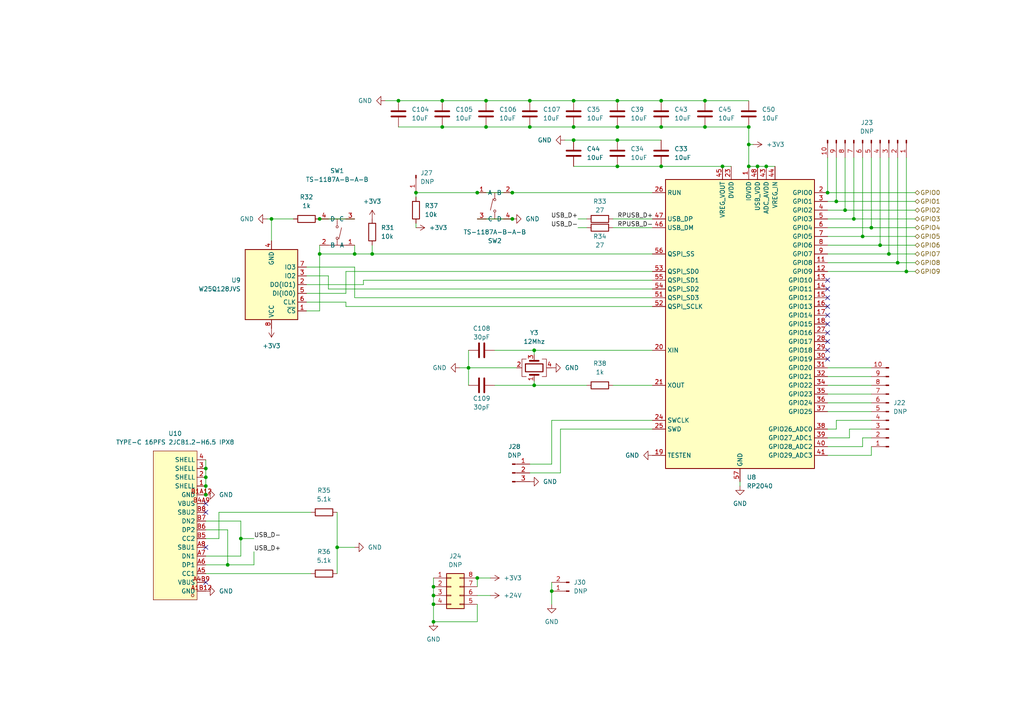
<source format=kicad_sch>
(kicad_sch (version 20230121) (generator eeschema)
  (paper "A4")
  (lib_symbols
    (symbol "Endstufe:+24V" (power) (pin_names (offset 0))
      (property "Value" "+24V" (at 0 3.556 0))
      (symbol "+24V_0_1"
        (polyline (pts (xy -0.762 1.27) (xy 0 2.54)))
        (polyline (pts (xy 0 0) (xy 0 2.54)))
        (polyline (pts (xy 0 2.54) (xy 0.762 1.27)))
      )
      (symbol "+24V_1_1"
        (pin power_in line (at 0 0 90) (length 0) hide (name "+24V") (number "1"))
      )
    )
    (symbol "Endstufe:+3V3" (power) (pin_names (offset 0))
      (property "Value" "+3V3" (at 0 3.556 0))
      (symbol "+3V3_0_1"
        (polyline (pts (xy -0.762 1.27) (xy 0 2.54)))
        (polyline (pts (xy 0 0) (xy 0 2.54)))
        (polyline (pts (xy 0 2.54) (xy 0.762 1.27)))
      )
      (symbol "+3V3_1_1"
        (pin power_in line (at 0 0 90) (length 0) hide (name "+3V3") (number "1"))
      )
    )
    (symbol "Endstufe:C" (pin_numbers hide) (pin_names (offset 0.254))
      (property "Reference" "C" (at 0.635 2.54 0))
      (property "Value" "C" (at 0.635 -2.54 0))
      (symbol "C_0_1"
        (polyline (pts (xy -2.032 -0.762) (xy 2.032 -0.762)) (stroke (width 0.508)))
        (polyline (pts (xy -2.032 0.762) (xy 2.032 0.762)) (stroke (width 0.508)))
      )
      (symbol "C_1_1"
        (pin passive line (at 0 3.81 270) (length 2.794) (name "~") (number "1"))
        (pin passive line (at 0 -3.81 90) (length 2.794) (name "~") (number "2"))
      )
    )
    (symbol "Endstufe:Conn_01x01_Pin" (pin_names (offset 1.016) hide)
      (property "Reference" "J" (at 0 2.54 0))
      (property "Value" "Conn_01x01_Pin" (at 0 -2.54 0))
      (symbol "Conn_01x01_Pin_1_1"
        (polyline (pts (xy 1.27 0) (xy 0.8636 0)) (stroke (width 0.1524)))
        (rectangle (start 0.8636 0.127) (end 0 -0.127) (stroke (width 0.1524)) (fill (type outline)))
        (pin passive line (at 5.08 0 180) (length 3.81) (name "Pin_1") (number "1"))
      )
    )
    (symbol "Endstufe:Conn_01x02_Pin" (pin_names (offset 1.016) hide)
      (property "Reference" "J" (at 0 2.54 0))
      (property "Value" "Conn_01x02_Pin" (at 0 -5.08 0))
      (symbol "Conn_01x02_Pin_1_1"
        (polyline (pts (xy 1.27 -2.54) (xy 0.8636 -2.54)) (stroke (width 0.1524)))
        (polyline (pts (xy 1.27 0) (xy 0.8636 0)) (stroke (width 0.1524)))
        (rectangle (start 0.8636 -2.413) (end 0 -2.667) (stroke (width 0.1524)) (fill (type outline)))
        (rectangle (start 0.8636 0.127) (end 0 -0.127) (stroke (width 0.1524)) (fill (type outline)))
        (pin passive line (at 5.08 0 180) (length 3.81) (name "Pin_1") (number "1"))
        (pin passive line (at 5.08 -2.54 180) (length 3.81) (name "Pin_2") (number "2"))
      )
    )
    (symbol "Endstufe:Conn_01x03_Pin" (pin_names (offset 1.016) hide)
      (property "Reference" "J" (at 0 5.08 0))
      (property "Value" "Conn_01x03_Pin" (at 0 -5.08 0))
      (symbol "Conn_01x03_Pin_1_1"
        (polyline (pts (xy 1.27 -2.54) (xy 0.8636 -2.54)) (stroke (width 0.1524)))
        (polyline (pts (xy 1.27 0) (xy 0.8636 0)) (stroke (width 0.1524)))
        (polyline (pts (xy 1.27 2.54) (xy 0.8636 2.54)) (stroke (width 0.1524)))
        (rectangle (start 0.8636 -2.413) (end 0 -2.667) (stroke (width 0.1524)) (fill (type outline)))
        (rectangle (start 0.8636 0.127) (end 0 -0.127) (stroke (width 0.1524)) (fill (type outline)))
        (rectangle (start 0.8636 2.667) (end 0 2.413) (stroke (width 0.1524)) (fill (type outline)))
        (pin passive line (at 5.08 2.54 180) (length 3.81) (name "Pin_1") (number "1"))
        (pin passive line (at 5.08 0 180) (length 3.81) (name "Pin_2") (number "2"))
        (pin passive line (at 5.08 -2.54 180) (length 3.81) (name "Pin_3") (number "3"))
      )
    )
    (symbol "Endstufe:Conn_01x10_Pin" (pin_names (offset 1.016) hide)
      (property "Reference" "J" (at 0 12.7 0))
      (property "Value" "Conn_01x10_Pin" (at 0 -15.24 0))
      (symbol "Conn_01x10_Pin_1_1"
        (polyline (pts (xy 1.27 -12.7) (xy 0.8636 -12.7)) (stroke (width 0.1524)))
        (polyline (pts (xy 1.27 -10.16) (xy 0.8636 -10.16)) (stroke (width 0.1524)))
        (polyline (pts (xy 1.27 -7.62) (xy 0.8636 -7.62)) (stroke (width 0.1524)))
        (polyline (pts (xy 1.27 -5.08) (xy 0.8636 -5.08)) (stroke (width 0.1524)))
        (polyline (pts (xy 1.27 -2.54) (xy 0.8636 -2.54)) (stroke (width 0.1524)))
        (polyline (pts (xy 1.27 0) (xy 0.8636 0)) (stroke (width 0.1524)))
        (polyline (pts (xy 1.27 2.54) (xy 0.8636 2.54)) (stroke (width 0.1524)))
        (polyline (pts (xy 1.27 5.08) (xy 0.8636 5.08)) (stroke (width 0.1524)))
        (polyline (pts (xy 1.27 7.62) (xy 0.8636 7.62)) (stroke (width 0.1524)))
        (polyline (pts (xy 1.27 10.16) (xy 0.8636 10.16)) (stroke (width 0.1524)))
        (rectangle (start 0.8636 -12.573) (end 0 -12.827) (stroke (width 0.1524)) (fill (type outline)))
        (rectangle (start 0.8636 -10.033) (end 0 -10.287) (stroke (width 0.1524)) (fill (type outline)))
        (rectangle (start 0.8636 -7.493) (end 0 -7.747) (stroke (width 0.1524)) (fill (type outline)))
        (rectangle (start 0.8636 -4.953) (end 0 -5.207) (stroke (width 0.1524)) (fill (type outline)))
        (rectangle (start 0.8636 -2.413) (end 0 -2.667) (stroke (width 0.1524)) (fill (type outline)))
        (rectangle (start 0.8636 0.127) (end 0 -0.127) (stroke (width 0.1524)) (fill (type outline)))
        (rectangle (start 0.8636 2.667) (end 0 2.413) (stroke (width 0.1524)) (fill (type outline)))
        (rectangle (start 0.8636 5.207) (end 0 4.953) (stroke (width 0.1524)) (fill (type outline)))
        (rectangle (start 0.8636 7.747) (end 0 7.493) (stroke (width 0.1524)) (fill (type outline)))
        (rectangle (start 0.8636 10.287) (end 0 10.033) (stroke (width 0.1524)) (fill (type outline)))
        (pin passive line (at 5.08 10.16 180) (length 3.81) (name "Pin_1") (number "1"))
        (pin passive line (at 5.08 -12.7 180) (length 3.81) (name "Pin_10") (number "10"))
        (pin passive line (at 5.08 7.62 180) (length 3.81) (name "Pin_2") (number "2"))
        (pin passive line (at 5.08 5.08 180) (length 3.81) (name "Pin_3") (number "3"))
        (pin passive line (at 5.08 2.54 180) (length 3.81) (name "Pin_4") (number "4"))
        (pin passive line (at 5.08 0 180) (length 3.81) (name "Pin_5") (number "5"))
        (pin passive line (at 5.08 -2.54 180) (length 3.81) (name "Pin_6") (number "6"))
        (pin passive line (at 5.08 -5.08 180) (length 3.81) (name "Pin_7") (number "7"))
        (pin passive line (at 5.08 -7.62 180) (length 3.81) (name "Pin_8") (number "8"))
        (pin passive line (at 5.08 -10.16 180) (length 3.81) (name "Pin_9") (number "9"))
      )
    )
    (symbol "Endstufe:Conn_02x04_Counter_Clockwise" (pin_names (offset 1.016) hide)
      (property "Reference" "J" (at 1.27 5.08 0))
      (property "Value" "Conn_02x04_Counter_Clockwise" (at 1.27 -7.62 0))
      (symbol "Conn_02x04_Counter_Clockwise_1_1"
        (rectangle (start -1.27 -4.953) (end 0 -5.207) (stroke (width 0.1524)))
        (rectangle (start -1.27 -2.413) (end 0 -2.667) (stroke (width 0.1524)))
        (rectangle (start -1.27 0.127) (end 0 -0.127) (stroke (width 0.1524)))
        (rectangle (start -1.27 2.667) (end 0 2.413) (stroke (width 0.1524)))
        (rectangle (start -1.27 3.81) (end 3.81 -6.35) (stroke (width 0.254)) (fill (type background)))
        (rectangle (start 3.81 -4.953) (end 2.54 -5.207) (stroke (width 0.1524)))
        (rectangle (start 3.81 -2.413) (end 2.54 -2.667) (stroke (width 0.1524)))
        (rectangle (start 3.81 0.127) (end 2.54 -0.127) (stroke (width 0.1524)))
        (rectangle (start 3.81 2.667) (end 2.54 2.413) (stroke (width 0.1524)))
        (pin passive line (at -5.08 2.54 0) (length 3.81) (name "Pin_1") (number "1"))
        (pin passive line (at -5.08 0 0) (length 3.81) (name "Pin_2") (number "2"))
        (pin passive line (at -5.08 -2.54 0) (length 3.81) (name "Pin_3") (number "3"))
        (pin passive line (at -5.08 -5.08 0) (length 3.81) (name "Pin_4") (number "4"))
        (pin passive line (at 7.62 -5.08 180) (length 3.81) (name "Pin_5") (number "5"))
        (pin passive line (at 7.62 -2.54 180) (length 3.81) (name "Pin_6") (number "6"))
        (pin passive line (at 7.62 0 180) (length 3.81) (name "Pin_7") (number "7"))
        (pin passive line (at 7.62 2.54 180) (length 3.81) (name "Pin_8") (number "8"))
      )
    )
    (symbol "Endstufe:Crystal_GND24" (pin_names (offset 1.016) hide)
      (property "Reference" "Y" (at 3.175 5.08 0))
      (property "Value" "Crystal_GND24" (at 3.175 3.175 0))
      (symbol "Crystal_GND24_0_1"
        (rectangle (start -1.143 2.54) (end 1.143 -2.54) (stroke (width 0.3048)))
        (polyline (pts (xy -2.54 0) (xy -2.032 0)))
        (polyline (pts (xy -2.032 -1.27) (xy -2.032 1.27)) (stroke (width 0.508)))
        (polyline (pts (xy 0 -3.81) (xy 0 -3.556)))
        (polyline (pts (xy 0 3.556) (xy 0 3.81)))
        (polyline (pts (xy 2.032 -1.27) (xy 2.032 1.27)) (stroke (width 0.508)))
        (polyline (pts (xy 2.032 0) (xy 2.54 0)))
        (polyline (pts (xy -2.54 -2.286) (xy -2.54 -3.556) (xy 2.54 -3.556) (xy 2.54 -2.286)))
        (polyline (pts (xy -2.54 2.286) (xy -2.54 3.556) (xy 2.54 3.556) (xy 2.54 2.286)))
      )
      (symbol "Crystal_GND24_1_1"
        (pin passive line (at -3.81 0 0) (length 1.27) (name "1") (number "1"))
        (pin passive line (at 0 5.08 270) (length 1.27) (name "2") (number "2"))
        (pin passive line (at 3.81 0 180) (length 1.27) (name "3") (number "3"))
        (pin passive line (at 0 -5.08 90) (length 1.27) (name "4") (number "4"))
      )
    )
    (symbol "Endstufe:GND" (power) (pin_names (offset 0))
      (property "Value" "GND" (at 0 -3.81 0))
      (symbol "GND_0_1"
        (polyline (pts (xy 0 0) (xy 0 -1.27) (xy 1.27 -1.27) (xy 0 -2.54) (xy -1.27 -1.27) (xy 0 -1.27)))
      )
      (symbol "GND_1_1"
        (pin power_in line (at 0 0 270) (length 0) hide (name "GND") (number "1"))
      )
    )
    (symbol "Endstufe:R" (pin_numbers hide) (pin_names (offset 0))
      (property "Reference" "R" (at 2.032 0 90))
      (property "Value" "R" (at 0 0 90))
      (symbol "R_0_1"
        (rectangle (start -1.016 -2.54) (end 1.016 2.54) (stroke (width 0.254)))
      )
      (symbol "R_1_1"
        (pin passive line (at 0 3.81 270) (length 1.27) (name "~") (number "1"))
        (pin passive line (at 0 -3.81 90) (length 1.27) (name "~") (number "2"))
      )
    )
    (symbol "Endstufe:RP2040"
      (property "Reference" "U" (at 17.78 45.72 0))
      (property "Value" "RP2040" (at 17.78 43.18 0))
      (symbol "RP2040_0_1"
        (rectangle (start -21.59 41.91) (end 21.59 -41.91) (stroke (width 0.254)) (fill (type background)))
      )
      (symbol "RP2040_1_1"
        (pin power_in line (at 2.54 45.72 270) (length 3.81) (name "IOVDD") (number "1"))
        (pin passive line (at 2.54 45.72 270) (length 3.81) hide (name "IOVDD") (number "10"))
        (pin bidirectional line (at 25.4 17.78 180) (length 3.81) (name "GPIO8") (number "11"))
        (pin bidirectional line (at 25.4 15.24 180) (length 3.81) (name "GPIO9") (number "12"))
        (pin bidirectional line (at 25.4 12.7 180) (length 3.81) (name "GPIO10") (number "13"))
        (pin bidirectional line (at 25.4 10.16 180) (length 3.81) (name "GPIO11") (number "14"))
        (pin bidirectional line (at 25.4 7.62 180) (length 3.81) (name "GPIO12") (number "15"))
        (pin bidirectional line (at 25.4 5.08 180) (length 3.81) (name "GPIO13") (number "16"))
        (pin bidirectional line (at 25.4 2.54 180) (length 3.81) (name "GPIO14") (number "17"))
        (pin bidirectional line (at 25.4 0 180) (length 3.81) (name "GPIO15") (number "18"))
        (pin input line (at -25.4 -38.1 0) (length 3.81) (name "TESTEN") (number "19"))
        (pin bidirectional line (at 25.4 38.1 180) (length 3.81) (name "GPIO0") (number "2"))
        (pin input line (at -25.4 -7.62 0) (length 3.81) (name "XIN") (number "20"))
        (pin passive line (at -25.4 -17.78 0) (length 3.81) (name "XOUT") (number "21"))
        (pin passive line (at 2.54 45.72 270) (length 3.81) hide (name "IOVDD") (number "22"))
        (pin power_in line (at -2.54 45.72 270) (length 3.81) (name "DVDD") (number "23"))
        (pin input line (at -25.4 -27.94 0) (length 3.81) (name "SWCLK") (number "24"))
        (pin bidirectional line (at -25.4 -30.48 0) (length 3.81) (name "SWD") (number "25"))
        (pin input line (at -25.4 38.1 0) (length 3.81) (name "RUN") (number "26"))
        (pin bidirectional line (at 25.4 -2.54 180) (length 3.81) (name "GPIO16") (number "27"))
        (pin bidirectional line (at 25.4 -5.08 180) (length 3.81) (name "GPIO17") (number "28"))
        (pin bidirectional line (at 25.4 -7.62 180) (length 3.81) (name "GPIO18") (number "29"))
        (pin bidirectional line (at 25.4 35.56 180) (length 3.81) (name "GPIO1") (number "3"))
        (pin bidirectional line (at 25.4 -10.16 180) (length 3.81) (name "GPIO19") (number "30"))
        (pin bidirectional line (at 25.4 -12.7 180) (length 3.81) (name "GPIO20") (number "31"))
        (pin bidirectional line (at 25.4 -15.24 180) (length 3.81) (name "GPIO21") (number "32"))
        (pin passive line (at 2.54 45.72 270) (length 3.81) hide (name "IOVDD") (number "33"))
        (pin bidirectional line (at 25.4 -17.78 180) (length 3.81) (name "GPIO22") (number "34"))
        (pin bidirectional line (at 25.4 -20.32 180) (length 3.81) (name "GPIO23") (number "35"))
        (pin bidirectional line (at 25.4 -22.86 180) (length 3.81) (name "GPIO24") (number "36"))
        (pin bidirectional line (at 25.4 -25.4 180) (length 3.81) (name "GPIO25") (number "37"))
        (pin bidirectional line (at 25.4 -30.48 180) (length 3.81) (name "GPIO26_ADC0") (number "38"))
        (pin bidirectional line (at 25.4 -33.02 180) (length 3.81) (name "GPIO27_ADC1") (number "39"))
        (pin bidirectional line (at 25.4 33.02 180) (length 3.81) (name "GPIO2") (number "4"))
        (pin bidirectional line (at 25.4 -35.56 180) (length 3.81) (name "GPIO28_ADC2") (number "40"))
        (pin bidirectional line (at 25.4 -38.1 180) (length 3.81) (name "GPIO29_ADC3") (number "41"))
        (pin passive line (at 2.54 45.72 270) (length 3.81) hide (name "IOVDD") (number "42"))
        (pin power_in line (at 7.62 45.72 270) (length 3.81) (name "ADC_AVDD") (number "43"))
        (pin power_in line (at 10.16 45.72 270) (length 3.81) (name "VREG_IN") (number "44"))
        (pin power_out line (at -5.08 45.72 270) (length 3.81) (name "VREG_VOUT") (number "45"))
        (pin bidirectional line (at -25.4 27.94 0) (length 3.81) (name "USB_DM") (number "46"))
        (pin bidirectional line (at -25.4 30.48 0) (length 3.81) (name "USB_DP") (number "47"))
        (pin power_in line (at 5.08 45.72 270) (length 3.81) (name "USB_VDD") (number "48"))
        (pin passive line (at 2.54 45.72 270) (length 3.81) hide (name "IOVDD") (number "49"))
        (pin bidirectional line (at 25.4 30.48 180) (length 3.81) (name "GPIO3") (number "5"))
        (pin passive line (at -2.54 45.72 270) (length 3.81) hide (name "DVDD") (number "50"))
        (pin bidirectional line (at -25.4 7.62 0) (length 3.81) (name "QSPI_SD3") (number "51"))
        (pin output line (at -25.4 5.08 0) (length 3.81) (name "QSPI_SCLK") (number "52"))
        (pin bidirectional line (at -25.4 15.24 0) (length 3.81) (name "QSPI_SD0") (number "53"))
        (pin bidirectional line (at -25.4 10.16 0) (length 3.81) (name "QSPI_SD2") (number "54"))
        (pin bidirectional line (at -25.4 12.7 0) (length 3.81) (name "QSPI_SD1") (number "55"))
        (pin bidirectional line (at -25.4 20.32 0) (length 3.81) (name "QSPI_SS") (number "56"))
        (pin power_in line (at 0 -45.72 90) (length 3.81) (name "GND") (number "57"))
        (pin bidirectional line (at 25.4 27.94 180) (length 3.81) (name "GPIO4") (number "6"))
        (pin bidirectional line (at 25.4 25.4 180) (length 3.81) (name "GPIO5") (number "7"))
        (pin bidirectional line (at 25.4 22.86 180) (length 3.81) (name "GPIO6") (number "8"))
        (pin bidirectional line (at 25.4 20.32 180) (length 3.81) (name "GPIO7") (number "9"))
      )
    )
    (symbol "Endstufe:TS-1187A-B-A-B"
      (property "Reference" "SW" (at 0 7.62 0))
      (property "Value" "TS-1187A-B-A-B" (at 0 -10.16 0))
      (symbol "TS-1187A-B-A-B_0_1"
        (circle (center 0 -2.79) (radius 0.32))
        (polyline (pts (xy -2.54 -5.08) (xy 2.54 -5.08)))
        (polyline (pts (xy -2.54 2.54) (xy 2.54 2.54)))
        (polyline (pts (xy -0.51 0.76) (xy -1.27 -2.54)))
        (polyline (pts (xy 0 -3.3) (xy 0 -5.08)))
        (polyline (pts (xy 0 0.76) (xy 0 2.54)))
        (circle (center 0 0.51) (radius 0.32))
        (pin unspecified line (at -5.08 2.54 0) (length 2.54) (name "A") (number "1"))
        (pin unspecified line (at 5.08 2.54 180) (length 2.54) (name "B") (number "2"))
        (pin unspecified line (at -5.08 -5.08 0) (length 2.54) (name "C") (number "3"))
        (pin unspecified line (at 5.08 -5.08 180) (length 2.54) (name "D") (number "4"))
      )
    )
    (symbol "Endstufe:TYPE-C16PIN"
      (property "Reference" "USB" (at 0 24.13 0))
      (property "Value" "TYPE-C16PIN" (at 0 -24.13 0))
      (symbol "TYPE-C16PIN_0_1"
        (rectangle (start -6.35 21.59) (end 6.35 -21.59) (fill (type background)))
        (circle (center -5.08 20.32) (radius 0.38))
        (pin unspecified line (at -8.89 -11.43 0) (length 2.54) (name "SHELL") (number "1"))
        (pin unspecified line (at -8.89 -13.97 0) (length 2.54) (name "SHELL") (number "2"))
        (pin unspecified line (at -8.89 -16.51 0) (length 2.54) (name "SHELL") (number "3"))
        (pin unspecified line (at -8.89 -19.05 0) (length 2.54) (name "SHELL") (number "4"))
        (pin unspecified line (at -8.89 19.05 0) (length 2.54) (name "GND") (number "A1B12"))
        (pin unspecified line (at -8.89 16.51 0) (length 2.54) (name "VBUS") (number "A4B9"))
        (pin unspecified line (at -8.89 13.97 0) (length 2.54) (name "CC1") (number "A5"))
        (pin unspecified line (at -8.89 11.43 0) (length 2.54) (name "DP1") (number "A6"))
        (pin unspecified line (at -8.89 8.89 0) (length 2.54) (name "DN1") (number "A7"))
        (pin unspecified line (at -8.89 6.35 0) (length 2.54) (name "SBU1") (number "A8"))
        (pin unspecified line (at -8.89 -8.89 0) (length 2.54) (name "GND") (number "B1A12"))
        (pin unspecified line (at -8.89 -6.35 0) (length 2.54) (name "VBUS") (number "B4A9"))
        (pin unspecified line (at -8.89 3.81 0) (length 2.54) (name "CC2") (number "B5"))
        (pin unspecified line (at -8.89 1.27 0) (length 2.54) (name "DP2") (number "B6"))
        (pin unspecified line (at -8.89 -1.27 0) (length 2.54) (name "DN2") (number "B7"))
        (pin unspecified line (at -8.89 -3.81 0) (length 2.54) (name "SBU2") (number "B8"))
      )
    )
    (symbol "Endstufe:W25Q128JVS"
      (property "Reference" "U" (at -8.89 8.89 0))
      (property "Value" "W25Q128JVS" (at 7.62 8.89 0))
      (symbol "W25Q128JVS_0_1"
        (rectangle (start -7.62 10.16) (end 7.62 -10.16) (stroke (width 0.254)) (fill (type background)))
      )
      (symbol "W25Q128JVS_1_1"
        (pin input line (at -10.16 7.62 0) (length 2.54) (name "~{CS}") (number "1"))
        (pin bidirectional line (at -10.16 0 0) (length 2.54) (name "DO(IO1)") (number "2"))
        (pin bidirectional line (at -10.16 -2.54 0) (length 2.54) (name "IO2") (number "3"))
        (pin power_in line (at 0 -12.7 90) (length 2.54) (name "GND") (number "4"))
        (pin bidirectional line (at -10.16 2.54 0) (length 2.54) (name "DI(IO0)") (number "5"))
        (pin input line (at -10.16 5.08 0) (length 2.54) (name "CLK") (number "6"))
        (pin bidirectional line (at -10.16 -5.08 0) (length 2.54) (name "IO3") (number "7"))
        (pin power_in line (at 0 12.7 270) (length 2.54) (name "VCC") (number "8"))
      )
    )
  )
  (junction (at 255.27 71.12))
  (junction (at 107.95 73.66))
  (junction (at 204.47 36.83))
  (junction (at 78.74 63.5))
  (junction (at 179.07 36.83))
  (junction (at 166.37 29.21))
  (junction (at 160.02 171.45))
  (junction (at 153.67 36.83))
  (junction (at 217.17 41.91))
  (junction (at 191.77 48.26))
  (junction (at 69.85 156.21))
  (junction (at 125.73 175.26))
  (junction (at 148.59 55.88))
  (junction (at 166.37 40.64))
  (junction (at 120.65 55.88))
  (junction (at 154.94 111.76))
  (junction (at 260.35 76.2))
  (junction (at 252.73 66.04))
  (junction (at 125.73 180.34))
  (junction (at 191.77 36.83))
  (junction (at 217.17 48.26))
  (junction (at 128.27 36.83))
  (junction (at 154.94 101.6))
  (junction (at 153.67 29.21))
  (junction (at 191.77 29.21))
  (junction (at 247.65 63.5))
  (junction (at 115.57 29.21))
  (junction (at 166.37 36.83))
  (junction (at 102.87 73.66))
  (junction (at 140.97 29.21))
  (junction (at 250.19 68.58))
  (junction (at 135.89 106.68))
  (junction (at 222.25 48.26))
  (junction (at 59.69 138.43))
  (junction (at 245.11 60.96))
  (junction (at 125.73 172.72))
  (junction (at 262.89 78.74))
  (junction (at 97.79 158.75))
  (junction (at 140.97 36.83))
  (junction (at 125.73 170.18))
  (junction (at 148.59 63.5))
  (junction (at 204.47 29.21))
  (junction (at 128.27 29.21))
  (junction (at 209.55 48.26))
  (junction (at 138.43 55.88))
  (junction (at 59.69 135.89))
  (junction (at 219.71 48.26))
  (junction (at 242.57 58.42))
  (junction (at 66.04 163.83))
  (junction (at 59.69 140.97))
  (junction (at 138.43 167.64))
  (junction (at 179.07 40.64))
  (junction (at 217.17 36.83))
  (junction (at 240.03 55.88))
  (junction (at 179.07 48.26))
  (junction (at 257.81 73.66))
  (junction (at 179.07 29.21))
  (junction (at 92.71 63.5))
  (junction (at 92.71 73.66))
  (junction (at 59.69 143.51))
  (no_connect (at 240.03 86.36))
  (no_connect (at 240.03 91.44))
  (no_connect (at 240.03 88.9))
  (no_connect (at 59.69 146.05))
  (no_connect (at 59.69 168.91))
  (no_connect (at 240.03 101.6))
  (no_connect (at 240.03 99.06))
  (no_connect (at 240.03 104.14))
  (no_connect (at 59.69 148.59))
  (no_connect (at 59.69 158.75))
  (no_connect (at 240.03 83.82))
  (no_connect (at 240.03 81.28))
  (no_connect (at 240.03 96.52))
  (no_connect (at 240.03 93.98))
  (wire (pts (xy 191.77 48.26) (xy 209.55 48.26)))
  (wire (pts (xy 189.23 121.92) (xy 160.02 121.92)))
  (wire (pts (xy 240.03 124.46) (xy 242.57 124.46)))
  (wire (pts (xy 69.85 151.13) (xy 69.85 156.21)))
  (wire (pts (xy 166.37 29.21) (xy 179.07 29.21)))
  (wire (pts (xy 265.43 58.42) (xy 242.57 58.42)))
  (wire (pts (xy 242.57 121.92) (xy 252.73 121.92)))
  (wire (pts (xy 59.69 153.67) (xy 66.04 153.67)))
  (wire (pts (xy 59.69 133.35) (xy 59.69 135.89)))
  (wire (pts (xy 162.56 124.46) (xy 189.23 124.46)))
  (wire (pts (xy 170.18 111.76) (xy 154.94 111.76)))
  (wire (pts (xy 179.07 40.64) (xy 191.77 40.64)))
  (wire (pts (xy 240.03 68.58) (xy 250.19 68.58)))
  (wire (pts (xy 95.25 83.82) (xy 189.23 83.82)))
  (wire (pts (xy 166.37 48.26) (xy 179.07 48.26)))
  (wire (pts (xy 167.64 66.04) (xy 170.18 66.04)))
  (wire (pts (xy 125.73 172.72) (xy 125.73 175.26)))
  (wire (pts (xy 257.81 73.66) (xy 240.03 73.66)))
  (wire (pts (xy 252.73 127) (xy 250.19 127)))
  (wire (pts (xy 59.69 156.21) (xy 63.5 156.21)))
  (wire (pts (xy 262.89 45.72) (xy 262.89 78.74)))
  (wire (pts (xy 265.43 55.88) (xy 240.03 55.88)))
  (wire (pts (xy 140.97 29.21) (xy 153.67 29.21)))
  (wire (pts (xy 138.43 55.88) (xy 148.59 55.88)))
  (wire (pts (xy 92.71 71.12) (xy 92.71 73.66)))
  (wire (pts (xy 154.94 101.6) (xy 154.94 102.87)))
  (wire (pts (xy 120.65 55.88) (xy 120.65 57.15)))
  (wire (pts (xy 204.47 29.21) (xy 217.17 29.21)))
  (wire (pts (xy 191.77 36.83) (xy 204.47 36.83)))
  (wire (pts (xy 59.69 161.29) (xy 69.85 161.29)))
  (wire (pts (xy 154.94 111.76) (xy 154.94 110.49)))
  (wire (pts (xy 179.07 29.21) (xy 191.77 29.21)))
  (wire (pts (xy 135.89 106.68) (xy 135.89 111.76)))
  (wire (pts (xy 265.43 71.12) (xy 255.27 71.12)))
  (wire (pts (xy 242.57 124.46) (xy 242.57 121.92)))
  (wire (pts (xy 73.66 163.83) (xy 73.66 160.02)))
  (wire (pts (xy 69.85 156.21) (xy 73.66 156.21)))
  (wire (pts (xy 125.73 175.26) (xy 125.73 180.34)))
  (wire (pts (xy 260.35 76.2) (xy 240.03 76.2)))
  (wire (pts (xy 66.04 153.67) (xy 66.04 163.83)))
  (wire (pts (xy 107.95 73.66) (xy 102.87 73.66)))
  (wire (pts (xy 265.43 60.96) (xy 245.11 60.96)))
  (wire (pts (xy 102.87 71.12) (xy 102.87 73.66)))
  (wire (pts (xy 78.74 63.5) (xy 85.09 63.5)))
  (wire (pts (xy 265.43 73.66) (xy 257.81 73.66)))
  (wire (pts (xy 252.73 111.76) (xy 240.03 111.76)))
  (wire (pts (xy 59.69 163.83) (xy 66.04 163.83)))
  (wire (pts (xy 92.71 90.17) (xy 88.9 90.17)))
  (wire (pts (xy 143.51 101.6) (xy 154.94 101.6)))
  (wire (pts (xy 138.43 180.34) (xy 125.73 180.34)))
  (wire (pts (xy 162.56 137.16) (xy 162.56 124.46)))
  (wire (pts (xy 240.03 45.72) (xy 240.03 55.88)))
  (wire (pts (xy 191.77 29.21) (xy 204.47 29.21)))
  (wire (pts (xy 135.89 101.6) (xy 135.89 106.68)))
  (wire (pts (xy 179.07 48.26) (xy 191.77 48.26)))
  (wire (pts (xy 138.43 167.64) (xy 138.43 170.18)))
  (wire (pts (xy 250.19 127) (xy 250.19 129.54)))
  (wire (pts (xy 219.71 48.26) (xy 222.25 48.26)))
  (wire (pts (xy 250.19 68.58) (xy 265.43 68.58)))
  (wire (pts (xy 105.41 82.55) (xy 105.41 81.28)))
  (wire (pts (xy 163.83 40.64) (xy 166.37 40.64)))
  (wire (pts (xy 88.9 87.63) (xy 100.33 87.63)))
  (wire (pts (xy 252.73 114.3) (xy 240.03 114.3)))
  (wire (pts (xy 63.5 148.59) (xy 90.17 148.59)))
  (wire (pts (xy 115.57 29.21) (xy 128.27 29.21)))
  (wire (pts (xy 214.63 140.97) (xy 214.63 139.7)))
  (wire (pts (xy 100.33 78.74) (xy 100.33 85.09)))
  (wire (pts (xy 160.02 175.26) (xy 160.02 171.45)))
  (wire (pts (xy 265.43 78.74) (xy 262.89 78.74)))
  (wire (pts (xy 120.65 55.88) (xy 138.43 55.88)))
  (wire (pts (xy 252.73 109.22) (xy 240.03 109.22)))
  (wire (pts (xy 105.41 81.28) (xy 189.23 81.28)))
  (wire (pts (xy 242.57 58.42) (xy 240.03 58.42)))
  (wire (pts (xy 102.87 86.36) (xy 189.23 86.36)))
  (wire (pts (xy 100.33 85.09) (xy 88.9 85.09)))
  (wire (pts (xy 255.27 71.12) (xy 240.03 71.12)))
  (wire (pts (xy 115.57 36.83) (xy 128.27 36.83)))
  (wire (pts (xy 262.89 78.74) (xy 240.03 78.74)))
  (wire (pts (xy 102.87 77.47) (xy 88.9 77.47)))
  (wire (pts (xy 100.33 78.74) (xy 189.23 78.74)))
  (wire (pts (xy 128.27 36.83) (xy 140.97 36.83)))
  (wire (pts (xy 97.79 158.75) (xy 102.87 158.75)))
  (wire (pts (xy 247.65 45.72) (xy 247.65 63.5)))
  (wire (pts (xy 246.38 124.46) (xy 252.73 124.46)))
  (wire (pts (xy 59.69 138.43) (xy 59.69 140.97)))
  (wire (pts (xy 142.24 172.72) (xy 138.43 172.72)))
  (wire (pts (xy 78.74 63.5) (xy 78.74 69.85)))
  (wire (pts (xy 140.97 36.83) (xy 153.67 36.83)))
  (wire (pts (xy 177.8 66.04) (xy 189.23 66.04)))
  (wire (pts (xy 100.33 87.63) (xy 100.33 88.9)))
  (wire (pts (xy 97.79 148.59) (xy 97.79 158.75)))
  (wire (pts (xy 242.57 45.72) (xy 242.57 58.42)))
  (wire (pts (xy 252.73 45.72) (xy 252.73 66.04)))
  (wire (pts (xy 166.37 36.83) (xy 179.07 36.83)))
  (wire (pts (xy 189.23 101.6) (xy 154.94 101.6)))
  (wire (pts (xy 204.47 36.83) (xy 217.17 36.83)))
  (wire (pts (xy 252.73 66.04) (xy 265.43 66.04)))
  (wire (pts (xy 250.19 45.72) (xy 250.19 68.58)))
  (wire (pts (xy 59.69 166.37) (xy 90.17 166.37)))
  (wire (pts (xy 177.8 111.76) (xy 189.23 111.76)))
  (wire (pts (xy 59.69 151.13) (xy 69.85 151.13)))
  (wire (pts (xy 246.38 127) (xy 246.38 124.46)))
  (wire (pts (xy 179.07 36.83) (xy 191.77 36.83)))
  (wire (pts (xy 265.43 63.5) (xy 247.65 63.5)))
  (wire (pts (xy 245.11 45.72) (xy 245.11 60.96)))
  (wire (pts (xy 240.03 66.04) (xy 252.73 66.04)))
  (wire (pts (xy 222.25 48.26) (xy 224.79 48.26)))
  (wire (pts (xy 247.65 63.5) (xy 240.03 63.5)))
  (wire (pts (xy 59.69 135.89) (xy 59.69 138.43)))
  (wire (pts (xy 95.25 80.01) (xy 95.25 83.82)))
  (wire (pts (xy 111.76 29.21) (xy 115.57 29.21)))
  (wire (pts (xy 138.43 175.26) (xy 138.43 180.34)))
  (wire (pts (xy 240.03 127) (xy 246.38 127)))
  (wire (pts (xy 245.11 60.96) (xy 240.03 60.96)))
  (wire (pts (xy 209.55 48.26) (xy 212.09 48.26)))
  (wire (pts (xy 252.73 106.68) (xy 240.03 106.68)))
  (wire (pts (xy 257.81 45.72) (xy 257.81 73.66)))
  (wire (pts (xy 252.73 116.84) (xy 240.03 116.84)))
  (wire (pts (xy 69.85 161.29) (xy 69.85 156.21)))
  (wire (pts (xy 177.8 63.5) (xy 189.23 63.5)))
  (wire (pts (xy 143.51 111.76) (xy 154.94 111.76)))
  (wire (pts (xy 255.27 45.72) (xy 255.27 71.12)))
  (wire (pts (xy 135.89 106.68) (xy 149.86 106.68)))
  (wire (pts (xy 167.64 63.5) (xy 170.18 63.5)))
  (wire (pts (xy 217.17 36.83) (xy 217.17 41.91)))
  (wire (pts (xy 59.69 143.51) (xy 59.69 140.97)))
  (wire (pts (xy 252.73 129.54) (xy 252.73 132.08)))
  (wire (pts (xy 250.19 129.54) (xy 240.03 129.54)))
  (wire (pts (xy 160.02 168.91) (xy 160.02 171.45)))
  (wire (pts (xy 252.73 132.08) (xy 240.03 132.08)))
  (wire (pts (xy 125.73 167.64) (xy 125.73 170.18)))
  (wire (pts (xy 88.9 80.01) (xy 95.25 80.01)))
  (wire (pts (xy 133.35 106.68) (xy 135.89 106.68)))
  (wire (pts (xy 97.79 158.75) (xy 97.79 166.37)))
  (wire (pts (xy 128.27 29.21) (xy 140.97 29.21)))
  (wire (pts (xy 102.87 73.66) (xy 92.71 73.66)))
  (wire (pts (xy 153.67 137.16) (xy 162.56 137.16)))
  (wire (pts (xy 107.95 71.12) (xy 107.95 73.66)))
  (wire (pts (xy 88.9 82.55) (xy 105.41 82.55)))
  (wire (pts (xy 217.17 48.26) (xy 219.71 48.26)))
  (wire (pts (xy 265.43 76.2) (xy 260.35 76.2)))
  (wire (pts (xy 102.87 86.36) (xy 102.87 77.47)))
  (wire (pts (xy 92.71 63.5) (xy 102.87 63.5)))
  (wire (pts (xy 153.67 134.62) (xy 160.02 134.62)))
  (wire (pts (xy 260.35 45.72) (xy 260.35 76.2)))
  (wire (pts (xy 66.04 163.83) (xy 73.66 163.83)))
  (wire (pts (xy 142.24 167.64) (xy 138.43 167.64)))
  (wire (pts (xy 125.73 170.18) (xy 125.73 172.72)))
  (wire (pts (xy 120.65 66.04) (xy 120.65 64.77)))
  (wire (pts (xy 77.47 63.5) (xy 78.74 63.5)))
  (wire (pts (xy 63.5 148.59) (xy 63.5 156.21)))
  (wire (pts (xy 153.67 36.83) (xy 166.37 36.83)))
  (wire (pts (xy 107.95 73.66) (xy 189.23 73.66)))
  (wire (pts (xy 148.59 55.88) (xy 189.23 55.88)))
  (wire (pts (xy 252.73 119.38) (xy 240.03 119.38)))
  (wire (pts (xy 92.71 73.66) (xy 92.71 90.17)))
  (wire (pts (xy 160.02 121.92) (xy 160.02 134.62)))
  (wire (pts (xy 218.44 41.91) (xy 217.17 41.91)))
  (wire (pts (xy 166.37 40.64) (xy 179.07 40.64)))
  (wire (pts (xy 138.43 63.5) (xy 148.59 63.5)))
  (wire (pts (xy 217.17 41.91) (xy 217.17 48.26)))
  (wire (pts (xy 153.67 29.21) (xy 166.37 29.21)))
  (wire (pts (xy 100.33 88.9) (xy 189.23 88.9)))
  (label "RPUSB_D-" (at 179.07 66.04 0))
  (label "USB_D-" (at 73.66 156.21 0))
  (label "USB_D+" (at 167.64 63.5 180))
  (label "USB_D+" (at 73.66 160.02 0))
  (label "RPUSB_D+" (at 179.07 63.5 0))
  (label "USB_D-" (at 167.64 66.04 180))
  (hierarchical_label "GPIO9" (shape bidirectional) (at 265.43 78.74 0))
  (hierarchical_label "GPIO0" (shape bidirectional) (at 265.43 55.88 0))
  (hierarchical_label "GPIO6" (shape bidirectional) (at 265.43 71.12 0))
  (hierarchical_label "GPIO5" (shape bidirectional) (at 265.43 68.58 0))
  (hierarchical_label "GPIO1" (shape bidirectional) (at 265.43 58.42 0))
  (hierarchical_label "GPIO7" (shape bidirectional) (at 265.43 73.66 0))
  (hierarchical_label "GPIO8" (shape bidirectional) (at 265.43 76.2 0))
  (hierarchical_label "GPIO4" (shape bidirectional) (at 265.43 66.04 0))
  (hierarchical_label "GPIO2" (shape bidirectional) (at 265.43 60.96 0))
  (hierarchical_label "GPIO3" (shape bidirectional) (at 265.43 63.5 0))
  (symbol (lib_id "Endstufe:C") (at 115.57 33.02 0) (unit 1)
    (property "Reference" "C104" (at 119.38 31.75 0) (effects (justify left)))
    (property "Value" "10uF" (at 119.38 34.29 0) (effects (justify left)))
    (property "Footprint" "Endstufe:C_0402_1005Metric" (effects hide))
    (property "LCSC Part #" "C15525" (effects hide))
  )
  (symbol (lib_id "Endstufe:+3V3") (at 107.95 63.5 0) (unit 1)
    (property "Reference" "#PWR087" (effects hide))
    (property "Value" "+3V3" (at 107.95 58.42 0))
  )
  (symbol (lib_id "Endstufe:C") (at 204.47 33.02 0) (unit 1)
    (property "Reference" "C45" (at 208.28 31.75 0) (effects (justify left)))
    (property "Value" "10uF" (at 208.28 34.29 0) (effects (justify left)))
    (property "Footprint" "Endstufe:C_0402_1005Metric" (effects hide))
    (property "LCSC Part #" "C15525" (effects hide))
  )
  (symbol (lib_id "Endstufe:C") (at 139.7 111.76 90) (unit 1)
    (property "Reference" "C109" (at 139.7 115.57 90))
    (property "Value" "30pF" (at 139.7 118.11 90))
    (property "Footprint" "Endstufe:C_0603_1608Metric" (effects hide))
    (property "LCSC Part #" "C1658" (effects hide))
  )
  (symbol (lib_id "Endstufe:GND") (at 214.63 140.97 0) (unit 1)
    (property "Reference" "#PWR080" (effects hide))
    (property "Value" "GND" (at 214.63 146.05 0))
  )
  (symbol (lib_id "Endstufe:GND") (at 160.02 175.26 0) (unit 1)
    (property "Reference" "#PWR0101" (effects hide))
    (property "Value" "GND" (at 160.02 180.34 0))
  )
  (symbol (lib_id "Endstufe:C") (at 128.27 33.02 0) (unit 1)
    (property "Reference" "C105" (at 132.08 31.75 0) (effects (justify left)))
    (property "Value" "10uF" (at 132.08 34.29 0) (effects (justify left)))
    (property "Footprint" "Endstufe:C_0402_1005Metric" (effects hide))
    (property "LCSC Part #" "C15525" (effects hide))
  )
  (symbol (lib_id "Endstufe:C") (at 139.7 101.6 90) (unit 1)
    (property "Reference" "C108" (at 139.7 95.25 90))
    (property "Value" "30pF" (at 139.7 97.79 90))
    (property "Footprint" "Endstufe:C_0603_1608Metric" (effects hide))
    (property "LCSC Part #" "C1658" (effects hide))
  )
  (symbol (lib_id "Endstufe:+3V3") (at 120.65 66.04 270) (unit 1)
    (property "Reference" "#PWR092" (effects hide))
    (property "Value" "+3V3" (at 124.46 66.04 90) (effects (justify left)))
  )
  (symbol (lib_id "Endstufe:GND") (at 102.87 158.75 90) (unit 1)
    (property "Reference" "#PWR089" (effects hide))
    (property "Value" "GND" (at 106.68 158.75 90) (effects (justify right)))
  )
  (symbol (lib_id "Endstufe:GND") (at 59.69 171.45 90) (unit 1)
    (property "Reference" "#PWR098" (effects hide))
    (property "Value" "GND" (at 63.5 171.45 90) (effects (justify right)))
  )
  (symbol (lib_id "Endstufe:RP2040") (at 214.63 93.98 0) (unit 1)
    (property "Reference" "U8" (at 216.5859 138.43 0) (effects (justify left)))
    (property "Value" "RP2040" (at 216.5859 140.97 0) (effects (justify left)))
    (property "Footprint" "Endstufe:LQFN-56_L7.0-W7.0-P0.4-EP" (effects hide))
    (property "Datasheet" "https://datasheets.raspberrypi.com/rp2040/rp2040-datasheet.pdf" (effects hide))
    (property "LCSC Part #" "C2040" (effects hide))
  )
  (symbol (lib_id "Endstufe:R") (at 107.95 67.31 0) (unit 1)
    (property "Reference" "R31" (at 110.49 66.04 0) (effects (justify left)))
    (property "Value" "10k" (at 110.49 68.58 0) (effects (justify left)))
    (property "Footprint" "Endstufe:C_0402_1005Metric" (effects hide))
    (property "LCSC Part #" "C25744" (effects hide))
  )
  (symbol (lib_id "Endstufe:+3V3") (at 142.24 167.64 270) (unit 1)
    (property "Reference" "#PWR082" (effects hide))
    (property "Value" "+3V3" (at 146.05 167.64 90) (effects (justify left)))
  )
  (symbol (lib_id "Endstufe:TS-1187A-B-A-B") (at 143.51 58.42 0) (unit 1)
    (property "Reference" "SW2" (at 143.51 69.85 0))
    (property "Value" "TS-1187A-B-A-B" (at 143.51 67.31 0))
    (property "Footprint" "Endstufe:SW-SMD_4P-L5.1-W5.1-P3.70-LS6.5-TL-2" (effects hide))
    (property "Datasheet" "https://lcsc.com/product-detail/Tactile-Switches_XKB-Enterprise-TS-1187-B-A-A_C318884.html" (effects hide))
    (property "LCSC Part #" "C318884" (effects hide))
  )
  (symbol (lib_id "Endstufe:+3V3") (at 78.74 95.25 180) (unit 1)
    (property "Reference" "#PWR088" (effects hide))
    (property "Value" "+3V3" (at 78.74 100.33 0))
  )
  (symbol (lib_id "Endstufe:Conn_01x02_Pin") (at 165.1 171.45 180) (unit 1)
    (property "Reference" "J30" (at 166.37 168.91 0) (effects (justify right)))
    (property "Value" "DNP" (at 166.37 171.45 0) (effects (justify right)))
    (property "Footprint" "Endstufe:PinHeader_1x02_P2.54mm_Vertical" (effects hide))
  )
  (symbol (lib_id "Endstufe:GND") (at 133.35 106.68 270) (unit 1)
    (property "Reference" "#PWR094" (effects hide))
    (property "Value" "GND" (at 129.54 106.68 90) (effects (justify right)))
  )
  (symbol (lib_id "Endstufe:GND") (at 111.76 29.21 270) (unit 1)
    (property "Reference" "#PWR085" (effects hide))
    (property "Value" "GND" (at 107.95 29.21 90) (effects (justify right)))
  )
  (symbol (lib_id "Endstufe:GND") (at 160.02 106.68 90) (unit 1)
    (property "Reference" "#PWR095" (effects hide))
    (property "Value" "GND" (at 163.83 106.68 90) (effects (justify right)))
  )
  (symbol (lib_id "Endstufe:TYPE-C16PIN") (at 50.8 152.4 180) (unit 1)
    (property "Reference" "U10" (at 50.8 125.73 0))
    (property "Value" "TYPE-C 16PFS 2JCB1.2-H6.5 IPX8" (at 50.8 128.27 0))
    (property "Footprint" "Endstufe:USB-C-SMD_TYPE-C16PIN" (effects hide))
    (property "Datasheet" "https://lcsc.com/product-detail/USB-Connectors_SHOU-HAN-TYPE-C16PIN_C393939.html" (effects hide))
    (property "LCSC Part" "C393939" (effects hide))
    (property "LCSC Part #" "C393939" (effects hide))
  )
  (symbol (lib_id "Endstufe:C") (at 166.37 33.02 0) (unit 1)
    (property "Reference" "C35" (at 170.18 31.75 0) (effects (justify left)))
    (property "Value" "10uF" (at 170.18 34.29 0) (effects (justify left)))
    (property "Footprint" "Endstufe:C_0402_1005Metric" (effects hide))
    (property "LCSC Part #" "C15525" (effects hide))
  )
  (symbol (lib_id "Endstufe:Conn_01x03_Pin") (at 148.59 137.16 0) (unit 1)
    (property "Reference" "J28" (at 149.225 129.54 0))
    (property "Value" "DNP" (at 149.225 132.08 0))
    (property "Footprint" "Endstufe:PinHeader_1x03_P2.54mm_Vertical" (effects hide))
    (property "LCSC Part #" "-" (effects hide))
  )
  (symbol (lib_id "Endstufe:R") (at 173.99 63.5 270) (unit 1)
    (property "Reference" "R33" (at 173.99 58.42 90))
    (property "Value" "27" (at 173.99 60.96 90))
    (property "Footprint" "Endstufe:C_0603_1608Metric" (effects hide))
    (property "LCSC Part #" "C2828673" (effects hide))
  )
  (symbol (lib_id "Endstufe:GND") (at 59.69 143.51 90) (unit 1)
    (property "Reference" "#PWR090" (effects hide))
    (property "Value" "GND" (at 63.5 143.51 90) (effects (justify right)))
  )
  (symbol (lib_id "Endstufe:C") (at 191.77 44.45 0) (unit 1)
    (property "Reference" "C33" (at 195.58 43.18 0) (effects (justify left)))
    (property "Value" "10uF" (at 195.58 45.72 0) (effects (justify left)))
    (property "Footprint" "Endstufe:C_0402_1005Metric" (effects hide))
    (property "LCSC Part #" "C15525" (effects hide))
  )
  (symbol (lib_id "Endstufe:R") (at 120.65 60.96 0) (unit 1)
    (property "Reference" "R37" (at 123.19 59.69 0) (effects (justify left)))
    (property "Value" "10k" (at 123.19 62.23 0) (effects (justify left)))
    (property "Footprint" "Endstufe:C_0402_1005Metric" (effects hide))
    (property "LCSC Part #" "C25744" (effects hide))
  )
  (symbol (lib_id "Endstufe:R") (at 88.9 63.5 90) (unit 1)
    (property "Reference" "R32" (at 88.9 57.15 90))
    (property "Value" "1k" (at 88.9 59.69 90))
    (property "Footprint" "Endstufe:C_0402_1005Metric" (effects hide))
    (property "LCSC Part #" "C11702" (effects hide))
  )
  (symbol (lib_id "Endstufe:+24V") (at 142.24 172.72 270) (unit 1)
    (property "Reference" "#PWR083" (effects hide))
    (property "Value" "+24V" (at 146.05 172.72 90) (effects (justify left)))
  )
  (symbol (lib_id "Endstufe:C") (at 179.07 33.02 0) (unit 1)
    (property "Reference" "C39" (at 182.88 31.75 0) (effects (justify left)))
    (property "Value" "10uF" (at 182.88 34.29 0) (effects (justify left)))
    (property "Footprint" "Endstufe:C_0402_1005Metric" (effects hide))
    (property "LCSC Part #" "C15525" (effects hide))
  )
  (symbol (lib_id "Endstufe:R") (at 93.98 166.37 90) (unit 1)
    (property "Reference" "R36" (at 93.98 160.02 90))
    (property "Value" "5.1k" (at 93.98 162.56 90))
    (property "Footprint" "Endstufe:C_0603_1608Metric" (effects hide))
    (property "LCSC Part #" "C2989458" (effects hide))
  )
  (symbol (lib_id "Endstufe:C") (at 166.37 44.45 0) (unit 1)
    (property "Reference" "C44" (at 170.18 43.18 0) (effects (justify left)))
    (property "Value" "10uF" (at 170.18 45.72 0) (effects (justify left)))
    (property "Footprint" "Endstufe:C_0402_1005Metric" (effects hide))
    (property "LCSC Part #" "C15525" (effects hide))
  )
  (symbol (lib_id "Endstufe:Conn_02x04_Counter_Clockwise") (at 130.81 170.18 0) (unit 1)
    (property "Reference" "J24" (at 132.08 161.29 0))
    (property "Value" "DNP" (at 132.08 163.83 0))
    (property "Footprint" "Endstufe:PinHeader_2x04_P2.54mm_Vertical" (effects hide))
    (property "LCSC Part #" "-" (effects hide))
  )
  (symbol (lib_id "Endstufe:GND") (at 148.59 63.5 90) (unit 1)
    (property "Reference" "#PWR093" (effects hide))
    (property "Value" "GND" (at 152.4 63.5 90) (effects (justify right)))
  )
  (symbol (lib_id "Endstufe:C") (at 140.97 33.02 0) (unit 1)
    (property "Reference" "C106" (at 144.78 31.75 0) (effects (justify left)))
    (property "Value" "10uF" (at 144.78 34.29 0) (effects (justify left)))
    (property "Footprint" "Endstufe:C_0402_1005Metric" (effects hide))
    (property "LCSC Part #" "C15525" (effects hide))
  )
  (symbol (lib_id "Endstufe:Conn_01x10_Pin") (at 257.81 119.38 180) (unit 1)
    (property "Reference" "J22" (at 259.08 116.84 0) (effects (justify right)))
    (property "Value" "DNP" (at 259.08 119.38 0) (effects (justify right)))
    (property "Footprint" "Endstufe:PinHeader_1x10_P2.54mm_Vertical" (effects hide))
    (property "LCSC Part #" "-" (effects hide))
  )
  (symbol (lib_id "Endstufe:C") (at 191.77 33.02 0) (unit 1)
    (property "Reference" "C43" (at 195.58 31.75 0) (effects (justify left)))
    (property "Value" "10uF" (at 195.58 34.29 0) (effects (justify left)))
    (property "Footprint" "Endstufe:C_0402_1005Metric" (effects hide))
    (property "LCSC Part #" "C15525" (effects hide))
  )
  (symbol (lib_id "Endstufe:GND") (at 125.73 180.34 0) (unit 1)
    (property "Reference" "#PWR081" (effects hide))
    (property "Value" "GND" (at 125.73 185.42 0))
  )
  (symbol (lib_id "Endstufe:R") (at 173.99 111.76 90) (unit 1)
    (property "Reference" "R38" (at 173.99 105.41 90))
    (property "Value" "1k" (at 173.99 107.95 90))
    (property "Footprint" "Endstufe:C_0402_1005Metric" (effects hide))
    (property "LCSC Part #" "C11702" (effects hide))
  )
  (symbol (lib_id "Endstufe:R") (at 93.98 148.59 90) (unit 1)
    (property "Reference" "R35" (at 93.98 142.24 90))
    (property "Value" "5.1k" (at 93.98 144.78 90))
    (property "Footprint" "Endstufe:C_0603_1608Metric" (effects hide))
    (property "LCSC Part #" "C2989458" (effects hide))
  )
  (symbol (lib_id "Endstufe:TS-1187A-B-A-B") (at 97.79 68.58 180) (unit 1)
    (property "Reference" "SW1" (at 97.79 49.53 0))
    (property "Value" "TS-1187A-B-A-B" (at 97.79 52.07 0))
    (property "Footprint" "Endstufe:SW-SMD_4P-L5.1-W5.1-P3.70-LS6.5-TL-2" (effects hide))
    (property "Datasheet" "https://lcsc.com/product-detail/Tactile-Switches_XKB-Enterprise-TS-1187-B-A-A_C318884.html" (effects hide))
    (property "LCSC Part #" "C318884" (effects hide))
  )
  (symbol (lib_id "Endstufe:GND") (at 189.23 132.08 270) (unit 1)
    (property "Reference" "#PWR096" (effects hide))
    (property "Value" "GND" (at 185.42 132.08 90) (effects (justify right)))
  )
  (symbol (lib_id "Endstufe:R") (at 173.99 66.04 90) (unit 1)
    (property "Reference" "R34" (at 173.99 68.58 90))
    (property "Value" "27" (at 173.99 71.12 90))
    (property "Footprint" "Endstufe:C_0603_1608Metric" (effects hide))
    (property "LCSC Part #" "C2828673" (effects hide))
  )
  (symbol (lib_id "Endstufe:C") (at 153.67 33.02 0) (unit 1)
    (property "Reference" "C107" (at 157.48 31.75 0) (effects (justify left)))
    (property "Value" "10uF" (at 157.48 34.29 0) (effects (justify left)))
    (property "Footprint" "Endstufe:C_0402_1005Metric" (effects hide))
    (property "LCSC Part #" "C15525" (effects hide))
  )
  (symbol (lib_id "Endstufe:Crystal_GND24") (at 154.94 106.68 90) (unit 1)
    (property "Reference" "Y3" (at 154.94 96.52 90))
    (property "Value" "12Mhz" (at 154.94 99.06 90))
    (property "Footprint" "Endstufe:OSC-SMD_4P-L3.2-W2.5-BL" (effects hide))
    (property "LCSC Part #" "C9002" (effects hide))
  )
  (symbol (lib_id "Endstufe:Conn_01x01_Pin") (at 120.65 50.8 270) (unit 1)
    (property "Reference" "J27" (at 121.92 50.165 90) (effects (justify left)))
    (property "Value" "DNP" (at 121.92 52.705 90) (effects (justify left)))
    (property "Footprint" "Endstufe:PinHeader_1x01_P2.54mm_Vertical" (effects hide))
    (property "LCSC Part #" "-" (effects hide))
  )
  (symbol (lib_id "Endstufe:W25Q128JVS") (at 78.74 82.55 180) (unit 1)
    (property "Reference" "U9" (at 69.85 81.28 0) (effects (justify left)))
    (property "Value" "W25Q128JVS" (at 69.85 83.82 0) (effects (justify left)))
    (property "Footprint" "Endstufe:SOIC-8_L5.3-W5.3-P1.27-LS8.0-BL" (effects hide))
    (property "Datasheet" "http://www.winbond.com/resource-files/w25q128jv_dtr%20revc%2003272018%20plus.pdf" (effects hide))
    (property "LCSC Part #" "C97521" (effects hide))
  )
  (symbol (lib_id "Endstufe:GND") (at 163.83 40.64 270) (unit 1)
    (property "Reference" "#PWR084" (effects hide))
    (property "Value" "GND" (at 160.02 40.64 90) (effects (justify right)))
  )
  (symbol (lib_id "Endstufe:Conn_01x10_Pin") (at 252.73 40.64 270) (unit 1)
    (property "Reference" "J23" (at 251.46 35.56 90))
    (property "Value" "DNP" (at 251.46 38.1 90))
    (property "Footprint" "Endstufe:PinHeader_2x05_P2.54mm_Vertical" (effects hide))
    (property "LCSC Part #" "-" (effects hide))
  )
  (symbol (lib_id "Endstufe:GND") (at 77.47 63.5 270) (unit 1)
    (property "Reference" "#PWR086" (effects hide))
    (property "Value" "GND" (at 73.66 63.5 90) (effects (justify right)))
  )
  (symbol (lib_id "Endstufe:+3V3") (at 218.44 41.91 270) (unit 1)
    (property "Reference" "#PWR079" (effects hide))
    (property "Value" "+3V3" (at 222.25 41.91 90) (effects (justify left)))
  )
  (symbol (lib_id "Endstufe:C") (at 179.07 44.45 0) (unit 1)
    (property "Reference" "C34" (at 182.88 43.18 0) (effects (justify left)))
    (property "Value" "10uF" (at 182.88 45.72 0) (effects (justify left)))
    (property "Footprint" "Endstufe:C_0402_1005Metric" (effects hide))
    (property "LCSC Part #" "C15525" (effects hide))
  )
  (symbol (lib_id "Endstufe:C") (at 217.17 33.02 0) (unit 1)
    (property "Reference" "C50" (at 220.98 31.75 0) (effects (justify left)))
    (property "Value" "10uF" (at 220.98 34.29 0) (effects (justify left)))
    (property "Footprint" "Endstufe:C_0402_1005Metric" (effects hide))
    (property "LCSC Part #" "C15525" (effects hide))
  )
  (symbol (lib_id "Endstufe:GND") (at 153.67 139.7 90) (unit 1)
    (property "Reference" "#PWR097" (effects hide))
    (property "Value" "GND" (at 157.48 139.7 90) (effects (justify right)))
  )
)
</source>
